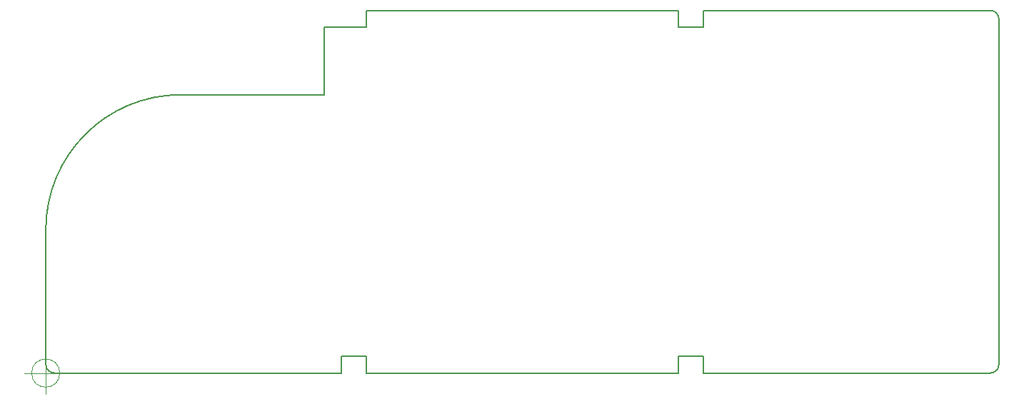
<source format=gm1>
%TF.GenerationSoftware,KiCad,Pcbnew,5.1.10-88a1d61d58~88~ubuntu20.04.1*%
%TF.CreationDate,2021-05-28T03:57:09-05:00*%
%TF.ProjectId,vizboard-nes,76697a62-6f61-4726-942d-6e65732e6b69,rev?*%
%TF.SameCoordinates,Original*%
%TF.FileFunction,Profile,NP*%
%FSLAX46Y46*%
G04 Gerber Fmt 4.6, Leading zero omitted, Abs format (unit mm)*
G04 Created by KiCad (PCBNEW 5.1.10-88a1d61d58~88~ubuntu20.04.1) date 2021-05-28 03:57:09*
%MOMM*%
%LPD*%
G01*
G04 APERTURE LIST*
%TA.AperFunction,Profile*%
%ADD10C,0.200000*%
%TD*%
%TA.AperFunction,Profile*%
%ADD11C,0.050000*%
%TD*%
G04 APERTURE END LIST*
D10*
X187704000Y-64245320D02*
G75*
G03*
X186704000Y-63245320I-1000000J0D01*
G01*
X186704000Y-106246000D02*
G75*
G03*
X187704000Y-105246000I0J1000000D01*
G01*
D11*
X76356666Y-106262000D02*
G75*
G03*
X76356666Y-106262000I-1666666J0D01*
G01*
X72190000Y-106262000D02*
X77190000Y-106262000D01*
X74690000Y-103762000D02*
X74690000Y-108762000D01*
D10*
X109706000Y-106246000D02*
X75706000Y-106246000D01*
X152706000Y-104246000D02*
X149706000Y-104246000D01*
X149706000Y-104246000D02*
X149706000Y-106246000D01*
X152706000Y-106246000D02*
X152706000Y-104246000D01*
X186704000Y-106246000D02*
X152706000Y-106246000D01*
X109706000Y-104246000D02*
X109706000Y-106246000D01*
X112706000Y-65241000D02*
X112706000Y-63246000D01*
X74706000Y-105246000D02*
X74706000Y-89246000D01*
X107710000Y-65241000D02*
X112706000Y-65241000D01*
X149706000Y-106246000D02*
X112706000Y-106246000D01*
X112706000Y-106246000D02*
X112706000Y-104246000D01*
X112706000Y-104246000D02*
X109706000Y-104246000D01*
X112706000Y-63246000D02*
X149706000Y-63246000D01*
X152706000Y-63246000D02*
X186704000Y-63245320D01*
X152706000Y-65246000D02*
X152706000Y-63246000D01*
X107706000Y-73246000D02*
X107710000Y-65241000D01*
X149706000Y-65246000D02*
X152706000Y-65246000D01*
X90705999Y-73246000D02*
X107706000Y-73246000D01*
X149706000Y-63246000D02*
X149706000Y-65246000D01*
X74706000Y-105246000D02*
G75*
G03*
X75706000Y-106246000I1000000J0D01*
G01*
X90705999Y-73246000D02*
G75*
G03*
X74706000Y-89246000I1J-16000000D01*
G01*
X187704000Y-64245320D02*
X187704000Y-105246000D01*
M02*

</source>
